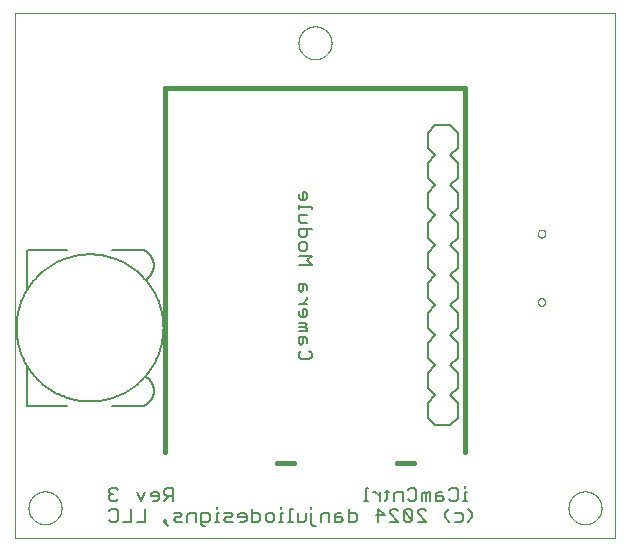
<source format=gbo>
G75*
%MOIN*%
%OFA0B0*%
%FSLAX25Y25*%
%IPPOS*%
%LPD*%
%AMOC8*
5,1,8,0,0,1.08239X$1,22.5*
%
%ADD10C,0.00000*%
%ADD11C,0.01600*%
%ADD12C,0.00800*%
%ADD13C,0.00806*%
D10*
X0002500Y0080658D02*
X0202500Y0080658D01*
X0202500Y0255658D01*
X0002500Y0255658D01*
X0002500Y0080658D01*
X0006988Y0090658D02*
X0006990Y0090806D01*
X0006996Y0090954D01*
X0007006Y0091102D01*
X0007020Y0091249D01*
X0007038Y0091396D01*
X0007059Y0091542D01*
X0007085Y0091688D01*
X0007115Y0091833D01*
X0007148Y0091977D01*
X0007186Y0092120D01*
X0007227Y0092262D01*
X0007272Y0092403D01*
X0007320Y0092543D01*
X0007373Y0092682D01*
X0007429Y0092819D01*
X0007489Y0092954D01*
X0007552Y0093088D01*
X0007619Y0093220D01*
X0007690Y0093350D01*
X0007764Y0093478D01*
X0007841Y0093604D01*
X0007922Y0093728D01*
X0008006Y0093850D01*
X0008093Y0093969D01*
X0008184Y0094086D01*
X0008278Y0094201D01*
X0008374Y0094313D01*
X0008474Y0094423D01*
X0008576Y0094529D01*
X0008682Y0094633D01*
X0008790Y0094734D01*
X0008901Y0094832D01*
X0009014Y0094928D01*
X0009130Y0095020D01*
X0009248Y0095109D01*
X0009369Y0095194D01*
X0009492Y0095277D01*
X0009617Y0095356D01*
X0009744Y0095432D01*
X0009873Y0095504D01*
X0010004Y0095573D01*
X0010137Y0095638D01*
X0010272Y0095699D01*
X0010408Y0095757D01*
X0010545Y0095812D01*
X0010684Y0095862D01*
X0010825Y0095909D01*
X0010966Y0095952D01*
X0011109Y0095992D01*
X0011253Y0096027D01*
X0011397Y0096059D01*
X0011543Y0096086D01*
X0011689Y0096110D01*
X0011836Y0096130D01*
X0011983Y0096146D01*
X0012130Y0096158D01*
X0012278Y0096166D01*
X0012426Y0096170D01*
X0012574Y0096170D01*
X0012722Y0096166D01*
X0012870Y0096158D01*
X0013017Y0096146D01*
X0013164Y0096130D01*
X0013311Y0096110D01*
X0013457Y0096086D01*
X0013603Y0096059D01*
X0013747Y0096027D01*
X0013891Y0095992D01*
X0014034Y0095952D01*
X0014175Y0095909D01*
X0014316Y0095862D01*
X0014455Y0095812D01*
X0014592Y0095757D01*
X0014728Y0095699D01*
X0014863Y0095638D01*
X0014996Y0095573D01*
X0015127Y0095504D01*
X0015256Y0095432D01*
X0015383Y0095356D01*
X0015508Y0095277D01*
X0015631Y0095194D01*
X0015752Y0095109D01*
X0015870Y0095020D01*
X0015986Y0094928D01*
X0016099Y0094832D01*
X0016210Y0094734D01*
X0016318Y0094633D01*
X0016424Y0094529D01*
X0016526Y0094423D01*
X0016626Y0094313D01*
X0016722Y0094201D01*
X0016816Y0094086D01*
X0016907Y0093969D01*
X0016994Y0093850D01*
X0017078Y0093728D01*
X0017159Y0093604D01*
X0017236Y0093478D01*
X0017310Y0093350D01*
X0017381Y0093220D01*
X0017448Y0093088D01*
X0017511Y0092954D01*
X0017571Y0092819D01*
X0017627Y0092682D01*
X0017680Y0092543D01*
X0017728Y0092403D01*
X0017773Y0092262D01*
X0017814Y0092120D01*
X0017852Y0091977D01*
X0017885Y0091833D01*
X0017915Y0091688D01*
X0017941Y0091542D01*
X0017962Y0091396D01*
X0017980Y0091249D01*
X0017994Y0091102D01*
X0018004Y0090954D01*
X0018010Y0090806D01*
X0018012Y0090658D01*
X0018010Y0090510D01*
X0018004Y0090362D01*
X0017994Y0090214D01*
X0017980Y0090067D01*
X0017962Y0089920D01*
X0017941Y0089774D01*
X0017915Y0089628D01*
X0017885Y0089483D01*
X0017852Y0089339D01*
X0017814Y0089196D01*
X0017773Y0089054D01*
X0017728Y0088913D01*
X0017680Y0088773D01*
X0017627Y0088634D01*
X0017571Y0088497D01*
X0017511Y0088362D01*
X0017448Y0088228D01*
X0017381Y0088096D01*
X0017310Y0087966D01*
X0017236Y0087838D01*
X0017159Y0087712D01*
X0017078Y0087588D01*
X0016994Y0087466D01*
X0016907Y0087347D01*
X0016816Y0087230D01*
X0016722Y0087115D01*
X0016626Y0087003D01*
X0016526Y0086893D01*
X0016424Y0086787D01*
X0016318Y0086683D01*
X0016210Y0086582D01*
X0016099Y0086484D01*
X0015986Y0086388D01*
X0015870Y0086296D01*
X0015752Y0086207D01*
X0015631Y0086122D01*
X0015508Y0086039D01*
X0015383Y0085960D01*
X0015256Y0085884D01*
X0015127Y0085812D01*
X0014996Y0085743D01*
X0014863Y0085678D01*
X0014728Y0085617D01*
X0014592Y0085559D01*
X0014455Y0085504D01*
X0014316Y0085454D01*
X0014175Y0085407D01*
X0014034Y0085364D01*
X0013891Y0085324D01*
X0013747Y0085289D01*
X0013603Y0085257D01*
X0013457Y0085230D01*
X0013311Y0085206D01*
X0013164Y0085186D01*
X0013017Y0085170D01*
X0012870Y0085158D01*
X0012722Y0085150D01*
X0012574Y0085146D01*
X0012426Y0085146D01*
X0012278Y0085150D01*
X0012130Y0085158D01*
X0011983Y0085170D01*
X0011836Y0085186D01*
X0011689Y0085206D01*
X0011543Y0085230D01*
X0011397Y0085257D01*
X0011253Y0085289D01*
X0011109Y0085324D01*
X0010966Y0085364D01*
X0010825Y0085407D01*
X0010684Y0085454D01*
X0010545Y0085504D01*
X0010408Y0085559D01*
X0010272Y0085617D01*
X0010137Y0085678D01*
X0010004Y0085743D01*
X0009873Y0085812D01*
X0009744Y0085884D01*
X0009617Y0085960D01*
X0009492Y0086039D01*
X0009369Y0086122D01*
X0009248Y0086207D01*
X0009130Y0086296D01*
X0009014Y0086388D01*
X0008901Y0086484D01*
X0008790Y0086582D01*
X0008682Y0086683D01*
X0008576Y0086787D01*
X0008474Y0086893D01*
X0008374Y0087003D01*
X0008278Y0087115D01*
X0008184Y0087230D01*
X0008093Y0087347D01*
X0008006Y0087466D01*
X0007922Y0087588D01*
X0007841Y0087712D01*
X0007764Y0087838D01*
X0007690Y0087966D01*
X0007619Y0088096D01*
X0007552Y0088228D01*
X0007489Y0088362D01*
X0007429Y0088497D01*
X0007373Y0088634D01*
X0007320Y0088773D01*
X0007272Y0088913D01*
X0007227Y0089054D01*
X0007186Y0089196D01*
X0007148Y0089339D01*
X0007115Y0089483D01*
X0007085Y0089628D01*
X0007059Y0089774D01*
X0007038Y0089920D01*
X0007020Y0090067D01*
X0007006Y0090214D01*
X0006996Y0090362D01*
X0006990Y0090510D01*
X0006988Y0090658D01*
X0096988Y0245658D02*
X0096990Y0245806D01*
X0096996Y0245954D01*
X0097006Y0246102D01*
X0097020Y0246249D01*
X0097038Y0246396D01*
X0097059Y0246542D01*
X0097085Y0246688D01*
X0097115Y0246833D01*
X0097148Y0246977D01*
X0097186Y0247120D01*
X0097227Y0247262D01*
X0097272Y0247403D01*
X0097320Y0247543D01*
X0097373Y0247682D01*
X0097429Y0247819D01*
X0097489Y0247954D01*
X0097552Y0248088D01*
X0097619Y0248220D01*
X0097690Y0248350D01*
X0097764Y0248478D01*
X0097841Y0248604D01*
X0097922Y0248728D01*
X0098006Y0248850D01*
X0098093Y0248969D01*
X0098184Y0249086D01*
X0098278Y0249201D01*
X0098374Y0249313D01*
X0098474Y0249423D01*
X0098576Y0249529D01*
X0098682Y0249633D01*
X0098790Y0249734D01*
X0098901Y0249832D01*
X0099014Y0249928D01*
X0099130Y0250020D01*
X0099248Y0250109D01*
X0099369Y0250194D01*
X0099492Y0250277D01*
X0099617Y0250356D01*
X0099744Y0250432D01*
X0099873Y0250504D01*
X0100004Y0250573D01*
X0100137Y0250638D01*
X0100272Y0250699D01*
X0100408Y0250757D01*
X0100545Y0250812D01*
X0100684Y0250862D01*
X0100825Y0250909D01*
X0100966Y0250952D01*
X0101109Y0250992D01*
X0101253Y0251027D01*
X0101397Y0251059D01*
X0101543Y0251086D01*
X0101689Y0251110D01*
X0101836Y0251130D01*
X0101983Y0251146D01*
X0102130Y0251158D01*
X0102278Y0251166D01*
X0102426Y0251170D01*
X0102574Y0251170D01*
X0102722Y0251166D01*
X0102870Y0251158D01*
X0103017Y0251146D01*
X0103164Y0251130D01*
X0103311Y0251110D01*
X0103457Y0251086D01*
X0103603Y0251059D01*
X0103747Y0251027D01*
X0103891Y0250992D01*
X0104034Y0250952D01*
X0104175Y0250909D01*
X0104316Y0250862D01*
X0104455Y0250812D01*
X0104592Y0250757D01*
X0104728Y0250699D01*
X0104863Y0250638D01*
X0104996Y0250573D01*
X0105127Y0250504D01*
X0105256Y0250432D01*
X0105383Y0250356D01*
X0105508Y0250277D01*
X0105631Y0250194D01*
X0105752Y0250109D01*
X0105870Y0250020D01*
X0105986Y0249928D01*
X0106099Y0249832D01*
X0106210Y0249734D01*
X0106318Y0249633D01*
X0106424Y0249529D01*
X0106526Y0249423D01*
X0106626Y0249313D01*
X0106722Y0249201D01*
X0106816Y0249086D01*
X0106907Y0248969D01*
X0106994Y0248850D01*
X0107078Y0248728D01*
X0107159Y0248604D01*
X0107236Y0248478D01*
X0107310Y0248350D01*
X0107381Y0248220D01*
X0107448Y0248088D01*
X0107511Y0247954D01*
X0107571Y0247819D01*
X0107627Y0247682D01*
X0107680Y0247543D01*
X0107728Y0247403D01*
X0107773Y0247262D01*
X0107814Y0247120D01*
X0107852Y0246977D01*
X0107885Y0246833D01*
X0107915Y0246688D01*
X0107941Y0246542D01*
X0107962Y0246396D01*
X0107980Y0246249D01*
X0107994Y0246102D01*
X0108004Y0245954D01*
X0108010Y0245806D01*
X0108012Y0245658D01*
X0108010Y0245510D01*
X0108004Y0245362D01*
X0107994Y0245214D01*
X0107980Y0245067D01*
X0107962Y0244920D01*
X0107941Y0244774D01*
X0107915Y0244628D01*
X0107885Y0244483D01*
X0107852Y0244339D01*
X0107814Y0244196D01*
X0107773Y0244054D01*
X0107728Y0243913D01*
X0107680Y0243773D01*
X0107627Y0243634D01*
X0107571Y0243497D01*
X0107511Y0243362D01*
X0107448Y0243228D01*
X0107381Y0243096D01*
X0107310Y0242966D01*
X0107236Y0242838D01*
X0107159Y0242712D01*
X0107078Y0242588D01*
X0106994Y0242466D01*
X0106907Y0242347D01*
X0106816Y0242230D01*
X0106722Y0242115D01*
X0106626Y0242003D01*
X0106526Y0241893D01*
X0106424Y0241787D01*
X0106318Y0241683D01*
X0106210Y0241582D01*
X0106099Y0241484D01*
X0105986Y0241388D01*
X0105870Y0241296D01*
X0105752Y0241207D01*
X0105631Y0241122D01*
X0105508Y0241039D01*
X0105383Y0240960D01*
X0105256Y0240884D01*
X0105127Y0240812D01*
X0104996Y0240743D01*
X0104863Y0240678D01*
X0104728Y0240617D01*
X0104592Y0240559D01*
X0104455Y0240504D01*
X0104316Y0240454D01*
X0104175Y0240407D01*
X0104034Y0240364D01*
X0103891Y0240324D01*
X0103747Y0240289D01*
X0103603Y0240257D01*
X0103457Y0240230D01*
X0103311Y0240206D01*
X0103164Y0240186D01*
X0103017Y0240170D01*
X0102870Y0240158D01*
X0102722Y0240150D01*
X0102574Y0240146D01*
X0102426Y0240146D01*
X0102278Y0240150D01*
X0102130Y0240158D01*
X0101983Y0240170D01*
X0101836Y0240186D01*
X0101689Y0240206D01*
X0101543Y0240230D01*
X0101397Y0240257D01*
X0101253Y0240289D01*
X0101109Y0240324D01*
X0100966Y0240364D01*
X0100825Y0240407D01*
X0100684Y0240454D01*
X0100545Y0240504D01*
X0100408Y0240559D01*
X0100272Y0240617D01*
X0100137Y0240678D01*
X0100004Y0240743D01*
X0099873Y0240812D01*
X0099744Y0240884D01*
X0099617Y0240960D01*
X0099492Y0241039D01*
X0099369Y0241122D01*
X0099248Y0241207D01*
X0099130Y0241296D01*
X0099014Y0241388D01*
X0098901Y0241484D01*
X0098790Y0241582D01*
X0098682Y0241683D01*
X0098576Y0241787D01*
X0098474Y0241893D01*
X0098374Y0242003D01*
X0098278Y0242115D01*
X0098184Y0242230D01*
X0098093Y0242347D01*
X0098006Y0242466D01*
X0097922Y0242588D01*
X0097841Y0242712D01*
X0097764Y0242838D01*
X0097690Y0242966D01*
X0097619Y0243096D01*
X0097552Y0243228D01*
X0097489Y0243362D01*
X0097429Y0243497D01*
X0097373Y0243634D01*
X0097320Y0243773D01*
X0097272Y0243913D01*
X0097227Y0244054D01*
X0097186Y0244196D01*
X0097148Y0244339D01*
X0097115Y0244483D01*
X0097085Y0244628D01*
X0097059Y0244774D01*
X0097038Y0244920D01*
X0097020Y0245067D01*
X0097006Y0245214D01*
X0096996Y0245362D01*
X0096990Y0245510D01*
X0096988Y0245658D01*
X0176732Y0182036D02*
X0176734Y0182107D01*
X0176740Y0182178D01*
X0176750Y0182249D01*
X0176764Y0182318D01*
X0176781Y0182387D01*
X0176803Y0182455D01*
X0176828Y0182522D01*
X0176857Y0182587D01*
X0176889Y0182650D01*
X0176925Y0182712D01*
X0176964Y0182771D01*
X0177007Y0182828D01*
X0177052Y0182883D01*
X0177101Y0182935D01*
X0177152Y0182984D01*
X0177206Y0183030D01*
X0177263Y0183074D01*
X0177321Y0183114D01*
X0177382Y0183150D01*
X0177445Y0183184D01*
X0177510Y0183213D01*
X0177576Y0183239D01*
X0177644Y0183262D01*
X0177712Y0183280D01*
X0177782Y0183295D01*
X0177852Y0183306D01*
X0177923Y0183313D01*
X0177994Y0183316D01*
X0178065Y0183315D01*
X0178136Y0183310D01*
X0178207Y0183301D01*
X0178277Y0183288D01*
X0178346Y0183272D01*
X0178414Y0183251D01*
X0178481Y0183227D01*
X0178547Y0183199D01*
X0178610Y0183167D01*
X0178672Y0183132D01*
X0178732Y0183094D01*
X0178790Y0183052D01*
X0178845Y0183008D01*
X0178898Y0182960D01*
X0178948Y0182909D01*
X0178995Y0182856D01*
X0179039Y0182800D01*
X0179080Y0182742D01*
X0179118Y0182681D01*
X0179152Y0182619D01*
X0179182Y0182554D01*
X0179209Y0182489D01*
X0179233Y0182421D01*
X0179252Y0182353D01*
X0179268Y0182284D01*
X0179280Y0182213D01*
X0179288Y0182143D01*
X0179292Y0182072D01*
X0179292Y0182000D01*
X0179288Y0181929D01*
X0179280Y0181859D01*
X0179268Y0181788D01*
X0179252Y0181719D01*
X0179233Y0181651D01*
X0179209Y0181583D01*
X0179182Y0181518D01*
X0179152Y0181453D01*
X0179118Y0181391D01*
X0179080Y0181330D01*
X0179039Y0181272D01*
X0178995Y0181216D01*
X0178948Y0181163D01*
X0178898Y0181112D01*
X0178845Y0181064D01*
X0178790Y0181020D01*
X0178732Y0180978D01*
X0178672Y0180940D01*
X0178610Y0180905D01*
X0178547Y0180873D01*
X0178481Y0180845D01*
X0178414Y0180821D01*
X0178346Y0180800D01*
X0178277Y0180784D01*
X0178207Y0180771D01*
X0178136Y0180762D01*
X0178065Y0180757D01*
X0177994Y0180756D01*
X0177923Y0180759D01*
X0177852Y0180766D01*
X0177782Y0180777D01*
X0177712Y0180792D01*
X0177644Y0180810D01*
X0177576Y0180833D01*
X0177510Y0180859D01*
X0177445Y0180888D01*
X0177382Y0180922D01*
X0177321Y0180958D01*
X0177263Y0180998D01*
X0177206Y0181042D01*
X0177152Y0181088D01*
X0177101Y0181137D01*
X0177052Y0181189D01*
X0177007Y0181244D01*
X0176964Y0181301D01*
X0176925Y0181360D01*
X0176889Y0181422D01*
X0176857Y0181485D01*
X0176828Y0181550D01*
X0176803Y0181617D01*
X0176781Y0181685D01*
X0176764Y0181754D01*
X0176750Y0181823D01*
X0176740Y0181894D01*
X0176734Y0181965D01*
X0176732Y0182036D01*
X0176732Y0159280D02*
X0176734Y0159351D01*
X0176740Y0159422D01*
X0176750Y0159493D01*
X0176764Y0159562D01*
X0176781Y0159631D01*
X0176803Y0159699D01*
X0176828Y0159766D01*
X0176857Y0159831D01*
X0176889Y0159894D01*
X0176925Y0159956D01*
X0176964Y0160015D01*
X0177007Y0160072D01*
X0177052Y0160127D01*
X0177101Y0160179D01*
X0177152Y0160228D01*
X0177206Y0160274D01*
X0177263Y0160318D01*
X0177321Y0160358D01*
X0177382Y0160394D01*
X0177445Y0160428D01*
X0177510Y0160457D01*
X0177576Y0160483D01*
X0177644Y0160506D01*
X0177712Y0160524D01*
X0177782Y0160539D01*
X0177852Y0160550D01*
X0177923Y0160557D01*
X0177994Y0160560D01*
X0178065Y0160559D01*
X0178136Y0160554D01*
X0178207Y0160545D01*
X0178277Y0160532D01*
X0178346Y0160516D01*
X0178414Y0160495D01*
X0178481Y0160471D01*
X0178547Y0160443D01*
X0178610Y0160411D01*
X0178672Y0160376D01*
X0178732Y0160338D01*
X0178790Y0160296D01*
X0178845Y0160252D01*
X0178898Y0160204D01*
X0178948Y0160153D01*
X0178995Y0160100D01*
X0179039Y0160044D01*
X0179080Y0159986D01*
X0179118Y0159925D01*
X0179152Y0159863D01*
X0179182Y0159798D01*
X0179209Y0159733D01*
X0179233Y0159665D01*
X0179252Y0159597D01*
X0179268Y0159528D01*
X0179280Y0159457D01*
X0179288Y0159387D01*
X0179292Y0159316D01*
X0179292Y0159244D01*
X0179288Y0159173D01*
X0179280Y0159103D01*
X0179268Y0159032D01*
X0179252Y0158963D01*
X0179233Y0158895D01*
X0179209Y0158827D01*
X0179182Y0158762D01*
X0179152Y0158697D01*
X0179118Y0158635D01*
X0179080Y0158574D01*
X0179039Y0158516D01*
X0178995Y0158460D01*
X0178948Y0158407D01*
X0178898Y0158356D01*
X0178845Y0158308D01*
X0178790Y0158264D01*
X0178732Y0158222D01*
X0178672Y0158184D01*
X0178610Y0158149D01*
X0178547Y0158117D01*
X0178481Y0158089D01*
X0178414Y0158065D01*
X0178346Y0158044D01*
X0178277Y0158028D01*
X0178207Y0158015D01*
X0178136Y0158006D01*
X0178065Y0158001D01*
X0177994Y0158000D01*
X0177923Y0158003D01*
X0177852Y0158010D01*
X0177782Y0158021D01*
X0177712Y0158036D01*
X0177644Y0158054D01*
X0177576Y0158077D01*
X0177510Y0158103D01*
X0177445Y0158132D01*
X0177382Y0158166D01*
X0177321Y0158202D01*
X0177263Y0158242D01*
X0177206Y0158286D01*
X0177152Y0158332D01*
X0177101Y0158381D01*
X0177052Y0158433D01*
X0177007Y0158488D01*
X0176964Y0158545D01*
X0176925Y0158604D01*
X0176889Y0158666D01*
X0176857Y0158729D01*
X0176828Y0158794D01*
X0176803Y0158861D01*
X0176781Y0158929D01*
X0176764Y0158998D01*
X0176750Y0159067D01*
X0176740Y0159138D01*
X0176734Y0159209D01*
X0176732Y0159280D01*
X0186988Y0090658D02*
X0186990Y0090806D01*
X0186996Y0090954D01*
X0187006Y0091102D01*
X0187020Y0091249D01*
X0187038Y0091396D01*
X0187059Y0091542D01*
X0187085Y0091688D01*
X0187115Y0091833D01*
X0187148Y0091977D01*
X0187186Y0092120D01*
X0187227Y0092262D01*
X0187272Y0092403D01*
X0187320Y0092543D01*
X0187373Y0092682D01*
X0187429Y0092819D01*
X0187489Y0092954D01*
X0187552Y0093088D01*
X0187619Y0093220D01*
X0187690Y0093350D01*
X0187764Y0093478D01*
X0187841Y0093604D01*
X0187922Y0093728D01*
X0188006Y0093850D01*
X0188093Y0093969D01*
X0188184Y0094086D01*
X0188278Y0094201D01*
X0188374Y0094313D01*
X0188474Y0094423D01*
X0188576Y0094529D01*
X0188682Y0094633D01*
X0188790Y0094734D01*
X0188901Y0094832D01*
X0189014Y0094928D01*
X0189130Y0095020D01*
X0189248Y0095109D01*
X0189369Y0095194D01*
X0189492Y0095277D01*
X0189617Y0095356D01*
X0189744Y0095432D01*
X0189873Y0095504D01*
X0190004Y0095573D01*
X0190137Y0095638D01*
X0190272Y0095699D01*
X0190408Y0095757D01*
X0190545Y0095812D01*
X0190684Y0095862D01*
X0190825Y0095909D01*
X0190966Y0095952D01*
X0191109Y0095992D01*
X0191253Y0096027D01*
X0191397Y0096059D01*
X0191543Y0096086D01*
X0191689Y0096110D01*
X0191836Y0096130D01*
X0191983Y0096146D01*
X0192130Y0096158D01*
X0192278Y0096166D01*
X0192426Y0096170D01*
X0192574Y0096170D01*
X0192722Y0096166D01*
X0192870Y0096158D01*
X0193017Y0096146D01*
X0193164Y0096130D01*
X0193311Y0096110D01*
X0193457Y0096086D01*
X0193603Y0096059D01*
X0193747Y0096027D01*
X0193891Y0095992D01*
X0194034Y0095952D01*
X0194175Y0095909D01*
X0194316Y0095862D01*
X0194455Y0095812D01*
X0194592Y0095757D01*
X0194728Y0095699D01*
X0194863Y0095638D01*
X0194996Y0095573D01*
X0195127Y0095504D01*
X0195256Y0095432D01*
X0195383Y0095356D01*
X0195508Y0095277D01*
X0195631Y0095194D01*
X0195752Y0095109D01*
X0195870Y0095020D01*
X0195986Y0094928D01*
X0196099Y0094832D01*
X0196210Y0094734D01*
X0196318Y0094633D01*
X0196424Y0094529D01*
X0196526Y0094423D01*
X0196626Y0094313D01*
X0196722Y0094201D01*
X0196816Y0094086D01*
X0196907Y0093969D01*
X0196994Y0093850D01*
X0197078Y0093728D01*
X0197159Y0093604D01*
X0197236Y0093478D01*
X0197310Y0093350D01*
X0197381Y0093220D01*
X0197448Y0093088D01*
X0197511Y0092954D01*
X0197571Y0092819D01*
X0197627Y0092682D01*
X0197680Y0092543D01*
X0197728Y0092403D01*
X0197773Y0092262D01*
X0197814Y0092120D01*
X0197852Y0091977D01*
X0197885Y0091833D01*
X0197915Y0091688D01*
X0197941Y0091542D01*
X0197962Y0091396D01*
X0197980Y0091249D01*
X0197994Y0091102D01*
X0198004Y0090954D01*
X0198010Y0090806D01*
X0198012Y0090658D01*
X0198010Y0090510D01*
X0198004Y0090362D01*
X0197994Y0090214D01*
X0197980Y0090067D01*
X0197962Y0089920D01*
X0197941Y0089774D01*
X0197915Y0089628D01*
X0197885Y0089483D01*
X0197852Y0089339D01*
X0197814Y0089196D01*
X0197773Y0089054D01*
X0197728Y0088913D01*
X0197680Y0088773D01*
X0197627Y0088634D01*
X0197571Y0088497D01*
X0197511Y0088362D01*
X0197448Y0088228D01*
X0197381Y0088096D01*
X0197310Y0087966D01*
X0197236Y0087838D01*
X0197159Y0087712D01*
X0197078Y0087588D01*
X0196994Y0087466D01*
X0196907Y0087347D01*
X0196816Y0087230D01*
X0196722Y0087115D01*
X0196626Y0087003D01*
X0196526Y0086893D01*
X0196424Y0086787D01*
X0196318Y0086683D01*
X0196210Y0086582D01*
X0196099Y0086484D01*
X0195986Y0086388D01*
X0195870Y0086296D01*
X0195752Y0086207D01*
X0195631Y0086122D01*
X0195508Y0086039D01*
X0195383Y0085960D01*
X0195256Y0085884D01*
X0195127Y0085812D01*
X0194996Y0085743D01*
X0194863Y0085678D01*
X0194728Y0085617D01*
X0194592Y0085559D01*
X0194455Y0085504D01*
X0194316Y0085454D01*
X0194175Y0085407D01*
X0194034Y0085364D01*
X0193891Y0085324D01*
X0193747Y0085289D01*
X0193603Y0085257D01*
X0193457Y0085230D01*
X0193311Y0085206D01*
X0193164Y0085186D01*
X0193017Y0085170D01*
X0192870Y0085158D01*
X0192722Y0085150D01*
X0192574Y0085146D01*
X0192426Y0085146D01*
X0192278Y0085150D01*
X0192130Y0085158D01*
X0191983Y0085170D01*
X0191836Y0085186D01*
X0191689Y0085206D01*
X0191543Y0085230D01*
X0191397Y0085257D01*
X0191253Y0085289D01*
X0191109Y0085324D01*
X0190966Y0085364D01*
X0190825Y0085407D01*
X0190684Y0085454D01*
X0190545Y0085504D01*
X0190408Y0085559D01*
X0190272Y0085617D01*
X0190137Y0085678D01*
X0190004Y0085743D01*
X0189873Y0085812D01*
X0189744Y0085884D01*
X0189617Y0085960D01*
X0189492Y0086039D01*
X0189369Y0086122D01*
X0189248Y0086207D01*
X0189130Y0086296D01*
X0189014Y0086388D01*
X0188901Y0086484D01*
X0188790Y0086582D01*
X0188682Y0086683D01*
X0188576Y0086787D01*
X0188474Y0086893D01*
X0188374Y0087003D01*
X0188278Y0087115D01*
X0188184Y0087230D01*
X0188093Y0087347D01*
X0188006Y0087466D01*
X0187922Y0087588D01*
X0187841Y0087712D01*
X0187764Y0087838D01*
X0187690Y0087966D01*
X0187619Y0088096D01*
X0187552Y0088228D01*
X0187489Y0088362D01*
X0187429Y0088497D01*
X0187373Y0088634D01*
X0187320Y0088773D01*
X0187272Y0088913D01*
X0187227Y0089054D01*
X0187186Y0089196D01*
X0187148Y0089339D01*
X0187115Y0089483D01*
X0187085Y0089628D01*
X0187059Y0089774D01*
X0187038Y0089920D01*
X0187020Y0090067D01*
X0187006Y0090214D01*
X0186996Y0090362D01*
X0186990Y0090510D01*
X0186988Y0090658D01*
D11*
X0152500Y0109158D02*
X0152500Y0230658D01*
X0052500Y0230658D01*
X0052500Y0109158D01*
X0089750Y0105658D02*
X0095500Y0105658D01*
X0129750Y0105658D02*
X0135500Y0105658D01*
D12*
X0135583Y0097262D02*
X0134181Y0097262D01*
X0133481Y0096561D01*
X0131679Y0095861D02*
X0131679Y0093058D01*
X0133481Y0093759D02*
X0134181Y0093058D01*
X0135583Y0093058D01*
X0136283Y0093759D01*
X0136283Y0096561D01*
X0135583Y0097262D01*
X0138085Y0095160D02*
X0138085Y0093058D01*
X0139486Y0093058D02*
X0139486Y0095160D01*
X0138785Y0095861D01*
X0138085Y0095160D01*
X0139486Y0095160D02*
X0140186Y0095861D01*
X0140887Y0095861D01*
X0140887Y0093058D01*
X0142689Y0093058D02*
X0142689Y0095160D01*
X0143389Y0095861D01*
X0144790Y0095861D01*
X0144790Y0094459D02*
X0142689Y0094459D01*
X0142689Y0093058D02*
X0144790Y0093058D01*
X0145491Y0093759D01*
X0144790Y0094459D01*
X0147292Y0093759D02*
X0147993Y0093058D01*
X0149394Y0093058D01*
X0150095Y0093759D01*
X0150095Y0096561D01*
X0149394Y0097262D01*
X0147993Y0097262D01*
X0147292Y0096561D01*
X0151763Y0093058D02*
X0153164Y0093058D01*
X0152464Y0093058D02*
X0152464Y0095861D01*
X0153164Y0095861D01*
X0152464Y0097262D02*
X0152464Y0097962D01*
X0153470Y0090262D02*
X0154872Y0088861D01*
X0154872Y0087459D01*
X0153470Y0086058D01*
X0151802Y0086759D02*
X0151102Y0086058D01*
X0149000Y0086058D01*
X0147198Y0086058D02*
X0145797Y0087459D01*
X0145797Y0088861D01*
X0147198Y0090262D01*
X0149000Y0088861D02*
X0151102Y0088861D01*
X0151802Y0088160D01*
X0151802Y0086759D01*
X0139525Y0086058D02*
X0136723Y0088861D01*
X0136723Y0089561D01*
X0137423Y0090262D01*
X0138825Y0090262D01*
X0139525Y0089561D01*
X0139525Y0086058D02*
X0136723Y0086058D01*
X0134921Y0086759D02*
X0132119Y0089561D01*
X0132119Y0086759D01*
X0132819Y0086058D01*
X0134221Y0086058D01*
X0134921Y0086759D01*
X0134921Y0089561D01*
X0134221Y0090262D01*
X0132819Y0090262D01*
X0132119Y0089561D01*
X0130317Y0089561D02*
X0129617Y0090262D01*
X0128216Y0090262D01*
X0127515Y0089561D01*
X0127515Y0088861D01*
X0130317Y0086058D01*
X0127515Y0086058D01*
X0125713Y0088160D02*
X0122911Y0088160D01*
X0123612Y0086058D02*
X0123612Y0090262D01*
X0125713Y0088160D01*
X0125674Y0093058D02*
X0126375Y0093759D01*
X0126375Y0096561D01*
X0127075Y0095861D02*
X0125674Y0095861D01*
X0124006Y0095861D02*
X0124006Y0093058D01*
X0124006Y0094459D02*
X0122605Y0095861D01*
X0121904Y0095861D01*
X0120169Y0097262D02*
X0119469Y0097262D01*
X0119469Y0093058D01*
X0120169Y0093058D02*
X0118768Y0093058D01*
X0115805Y0088861D02*
X0113703Y0088861D01*
X0113703Y0090262D02*
X0113703Y0086058D01*
X0115805Y0086058D01*
X0116506Y0086759D01*
X0116506Y0088160D01*
X0115805Y0088861D01*
X0111902Y0086759D02*
X0111201Y0086058D01*
X0109099Y0086058D01*
X0109099Y0088160D01*
X0109800Y0088861D01*
X0111201Y0088861D01*
X0111201Y0087459D02*
X0109099Y0087459D01*
X0111201Y0087459D02*
X0111902Y0086759D01*
X0107298Y0086058D02*
X0107298Y0088861D01*
X0105196Y0088861D01*
X0104495Y0088160D01*
X0104495Y0086058D01*
X0102694Y0084657D02*
X0101993Y0084657D01*
X0101293Y0085358D01*
X0101293Y0088861D01*
X0101293Y0090262D02*
X0101293Y0090962D01*
X0099625Y0088861D02*
X0099625Y0086759D01*
X0098924Y0086058D01*
X0096822Y0086058D01*
X0096822Y0088861D01*
X0095021Y0090262D02*
X0094320Y0090262D01*
X0094320Y0086058D01*
X0095021Y0086058D02*
X0093619Y0086058D01*
X0091951Y0086058D02*
X0090550Y0086058D01*
X0091251Y0086058D02*
X0091251Y0088861D01*
X0091951Y0088861D01*
X0091251Y0090262D02*
X0091251Y0090962D01*
X0088882Y0088160D02*
X0088882Y0086759D01*
X0088181Y0086058D01*
X0086780Y0086058D01*
X0086080Y0086759D01*
X0086080Y0088160D01*
X0086780Y0088861D01*
X0088181Y0088861D01*
X0088882Y0088160D01*
X0084278Y0088160D02*
X0083578Y0088861D01*
X0081476Y0088861D01*
X0081476Y0090262D02*
X0081476Y0086058D01*
X0083578Y0086058D01*
X0084278Y0086759D01*
X0084278Y0088160D01*
X0079674Y0088160D02*
X0078974Y0088861D01*
X0077572Y0088861D01*
X0076872Y0088160D01*
X0076872Y0087459D01*
X0079674Y0087459D01*
X0079674Y0086759D02*
X0079674Y0088160D01*
X0079674Y0086759D02*
X0078974Y0086058D01*
X0077572Y0086058D01*
X0075070Y0086058D02*
X0072968Y0086058D01*
X0072268Y0086759D01*
X0072968Y0087459D01*
X0074370Y0087459D01*
X0075070Y0088160D01*
X0074370Y0088861D01*
X0072268Y0088861D01*
X0070466Y0088861D02*
X0069766Y0088861D01*
X0069766Y0086058D01*
X0070466Y0086058D02*
X0069065Y0086058D01*
X0067397Y0086759D02*
X0066696Y0086058D01*
X0064595Y0086058D01*
X0064595Y0085358D02*
X0064595Y0088861D01*
X0066696Y0088861D01*
X0067397Y0088160D01*
X0067397Y0086759D01*
X0065996Y0084657D02*
X0065295Y0084657D01*
X0064595Y0085358D01*
X0062793Y0086058D02*
X0062793Y0088861D01*
X0060691Y0088861D01*
X0059991Y0088160D01*
X0059991Y0086058D01*
X0058189Y0086058D02*
X0056087Y0086058D01*
X0055387Y0086759D01*
X0056087Y0087459D01*
X0057489Y0087459D01*
X0058189Y0088160D01*
X0057489Y0088861D01*
X0055387Y0088861D01*
X0052885Y0086759D02*
X0052885Y0086058D01*
X0052184Y0086058D01*
X0052184Y0086759D01*
X0052885Y0086759D01*
X0052184Y0086058D02*
X0053585Y0084657D01*
X0052317Y0093058D02*
X0053718Y0094459D01*
X0053018Y0094459D02*
X0055120Y0094459D01*
X0055120Y0093058D02*
X0055120Y0097262D01*
X0053018Y0097262D01*
X0052317Y0096561D01*
X0052317Y0095160D01*
X0053018Y0094459D01*
X0050516Y0094459D02*
X0047713Y0094459D01*
X0047713Y0095160D01*
X0048414Y0095861D01*
X0049815Y0095861D01*
X0050516Y0095160D01*
X0050516Y0093759D01*
X0049815Y0093058D01*
X0048414Y0093058D01*
X0045912Y0090262D02*
X0045912Y0086058D01*
X0043110Y0086058D01*
X0041308Y0086058D02*
X0038506Y0086058D01*
X0036704Y0086759D02*
X0036004Y0086058D01*
X0034602Y0086058D01*
X0033902Y0086759D01*
X0033902Y0089561D02*
X0034602Y0090262D01*
X0036004Y0090262D01*
X0036704Y0089561D01*
X0036704Y0086759D01*
X0036003Y0093058D02*
X0034602Y0093058D01*
X0033902Y0093759D01*
X0033902Y0094459D01*
X0034602Y0095160D01*
X0035303Y0095160D01*
X0034602Y0095160D02*
X0033902Y0095861D01*
X0033902Y0096561D01*
X0034602Y0097262D01*
X0036003Y0097262D01*
X0036704Y0096561D01*
X0036704Y0093759D02*
X0036003Y0093058D01*
X0041308Y0090262D02*
X0041308Y0086058D01*
X0044511Y0093058D02*
X0043109Y0095861D01*
X0045912Y0095861D02*
X0044511Y0093058D01*
X0069766Y0090962D02*
X0069766Y0090262D01*
X0097851Y0140308D02*
X0097150Y0141009D01*
X0097150Y0142410D01*
X0097851Y0143111D01*
X0097851Y0144912D02*
X0098551Y0145613D01*
X0098551Y0147714D01*
X0099252Y0147714D02*
X0097150Y0147714D01*
X0097150Y0145613D01*
X0097851Y0144912D01*
X0099952Y0145613D02*
X0099952Y0147014D01*
X0099252Y0147714D01*
X0099952Y0149516D02*
X0099952Y0150217D01*
X0099252Y0150917D01*
X0099952Y0151618D01*
X0099252Y0152318D01*
X0097150Y0152318D01*
X0097150Y0150917D02*
X0099252Y0150917D01*
X0099952Y0149516D02*
X0097150Y0149516D01*
X0097851Y0154120D02*
X0099252Y0154120D01*
X0099952Y0154821D01*
X0099952Y0156222D01*
X0099252Y0156922D01*
X0098551Y0156922D01*
X0098551Y0154120D01*
X0097851Y0154120D02*
X0097150Y0154821D01*
X0097150Y0156222D01*
X0097150Y0158724D02*
X0099952Y0158724D01*
X0098551Y0158724D02*
X0099952Y0160125D01*
X0099952Y0160826D01*
X0099952Y0163261D02*
X0099952Y0164662D01*
X0099252Y0165363D01*
X0097150Y0165363D01*
X0097150Y0163261D01*
X0097851Y0162560D01*
X0098551Y0163261D01*
X0098551Y0165363D01*
X0097150Y0171768D02*
X0101354Y0171768D01*
X0099952Y0173169D01*
X0101354Y0174571D01*
X0097150Y0174571D01*
X0097851Y0176372D02*
X0097150Y0177073D01*
X0097150Y0178474D01*
X0097851Y0179175D01*
X0099252Y0179175D01*
X0099952Y0178474D01*
X0099952Y0177073D01*
X0099252Y0176372D01*
X0097851Y0176372D01*
X0097851Y0180976D02*
X0099252Y0180976D01*
X0099952Y0181677D01*
X0099952Y0183779D01*
X0101354Y0183779D02*
X0097150Y0183779D01*
X0097150Y0181677D01*
X0097851Y0180976D01*
X0097851Y0185580D02*
X0097150Y0186281D01*
X0097150Y0188382D01*
X0099952Y0188382D01*
X0101354Y0190184D02*
X0101354Y0190885D01*
X0097150Y0190885D01*
X0097150Y0191585D02*
X0097150Y0190184D01*
X0097851Y0193253D02*
X0099252Y0193253D01*
X0099952Y0193954D01*
X0099952Y0195355D01*
X0099252Y0196056D01*
X0098551Y0196056D01*
X0098551Y0193253D01*
X0097851Y0193253D02*
X0097150Y0193954D01*
X0097150Y0195355D01*
X0097851Y0185580D02*
X0099952Y0185580D01*
X0100653Y0143111D02*
X0101354Y0142410D01*
X0101354Y0141009D01*
X0100653Y0140308D01*
X0097851Y0140308D01*
X0129577Y0095861D02*
X0128877Y0095160D01*
X0128877Y0093058D01*
X0129577Y0095861D02*
X0131679Y0095861D01*
X0142500Y0118158D02*
X0147500Y0118158D01*
X0150000Y0120658D01*
X0150000Y0125658D01*
X0147500Y0128158D01*
X0150000Y0130658D01*
X0150000Y0135658D01*
X0147500Y0138158D01*
X0150000Y0140658D01*
X0150000Y0145658D01*
X0147500Y0148158D01*
X0150000Y0150658D01*
X0150000Y0155658D01*
X0147500Y0158158D01*
X0150000Y0160658D01*
X0150000Y0165658D01*
X0147500Y0168158D01*
X0150000Y0170658D01*
X0150000Y0175658D01*
X0147500Y0178158D01*
X0150000Y0180658D01*
X0150000Y0185658D01*
X0147500Y0188158D01*
X0150000Y0190658D01*
X0150000Y0195658D01*
X0147500Y0198158D01*
X0150000Y0200658D01*
X0150000Y0205658D01*
X0147500Y0208158D01*
X0150000Y0210658D01*
X0150000Y0215658D01*
X0147500Y0218158D01*
X0142500Y0218158D01*
X0140000Y0215658D01*
X0140000Y0210658D01*
X0142500Y0208158D01*
X0140000Y0205658D01*
X0140000Y0200658D01*
X0142500Y0198158D01*
X0140000Y0195658D01*
X0140000Y0190658D01*
X0142500Y0188158D01*
X0140000Y0185658D01*
X0140000Y0180658D01*
X0142500Y0178158D01*
X0140000Y0175658D01*
X0140000Y0170658D01*
X0142500Y0168158D01*
X0140000Y0165658D01*
X0140000Y0160658D01*
X0142500Y0158158D01*
X0140000Y0155658D01*
X0140000Y0150658D01*
X0142500Y0148158D01*
X0140000Y0145658D01*
X0140000Y0140658D01*
X0142500Y0138158D01*
X0140000Y0135658D01*
X0140000Y0130658D01*
X0142500Y0128158D01*
X0140000Y0125658D01*
X0140000Y0120658D01*
X0142500Y0118158D01*
D13*
X0045230Y0124716D02*
X0034944Y0124716D01*
X0045216Y0124674D02*
X0045353Y0124728D01*
X0045489Y0124785D01*
X0045623Y0124845D01*
X0045755Y0124909D01*
X0045886Y0124977D01*
X0046015Y0125048D01*
X0046142Y0125123D01*
X0046266Y0125201D01*
X0046389Y0125282D01*
X0046509Y0125367D01*
X0046627Y0125455D01*
X0046743Y0125546D01*
X0046856Y0125640D01*
X0046966Y0125737D01*
X0047074Y0125837D01*
X0047179Y0125940D01*
X0047281Y0126046D01*
X0047381Y0126154D01*
X0047477Y0126265D01*
X0047571Y0126379D01*
X0047661Y0126495D01*
X0047748Y0126614D01*
X0047832Y0126735D01*
X0047912Y0126858D01*
X0047990Y0126983D01*
X0048063Y0127110D01*
X0048134Y0127240D01*
X0048201Y0127371D01*
X0048264Y0127503D01*
X0048324Y0127638D01*
X0048380Y0127774D01*
X0048432Y0127912D01*
X0048480Y0128050D01*
X0048525Y0128191D01*
X0048566Y0128332D01*
X0048603Y0128474D01*
X0048637Y0128618D01*
X0048666Y0128762D01*
X0048692Y0128907D01*
X0048713Y0129052D01*
X0048731Y0129198D01*
X0048745Y0129345D01*
X0048754Y0129491D01*
X0048760Y0129638D01*
X0048762Y0129786D01*
X0048760Y0129933D01*
X0048754Y0130080D01*
X0048744Y0130226D01*
X0048730Y0130373D01*
X0048712Y0130519D01*
X0048690Y0130664D01*
X0048664Y0130809D01*
X0048634Y0130953D01*
X0048600Y0131097D01*
X0048563Y0131239D01*
X0048521Y0131380D01*
X0048476Y0131520D01*
X0048427Y0131659D01*
X0048375Y0131796D01*
X0048318Y0131932D01*
X0048258Y0132066D01*
X0048195Y0132199D01*
X0048128Y0132330D01*
X0048057Y0132459D01*
X0047983Y0132586D01*
X0047905Y0132711D01*
X0047825Y0132834D01*
X0047740Y0132955D01*
X0047653Y0133073D01*
X0047562Y0133189D01*
X0047469Y0133303D01*
X0047372Y0133413D01*
X0047273Y0133522D01*
X0047170Y0133627D01*
X0047065Y0133730D01*
X0046957Y0133830D01*
X0046846Y0133927D01*
X0046733Y0134020D01*
X0046617Y0134111D01*
X0046499Y0134199D01*
X0046378Y0134283D01*
X0046255Y0134364D01*
X0046130Y0134442D01*
X0046003Y0134516D01*
X0003002Y0150658D02*
X0003009Y0151259D01*
X0003032Y0151860D01*
X0003068Y0152460D01*
X0003120Y0153059D01*
X0003186Y0153657D01*
X0003267Y0154253D01*
X0003363Y0154846D01*
X0003473Y0155437D01*
X0003597Y0156026D01*
X0003736Y0156611D01*
X0003889Y0157192D01*
X0004057Y0157769D01*
X0004238Y0158343D01*
X0004434Y0158911D01*
X0004644Y0159475D01*
X0004867Y0160033D01*
X0005104Y0160586D01*
X0005354Y0161132D01*
X0005618Y0161673D01*
X0005895Y0162206D01*
X0006185Y0162733D01*
X0006487Y0163252D01*
X0006803Y0163764D01*
X0007131Y0164268D01*
X0007471Y0164764D01*
X0007823Y0165251D01*
X0008187Y0165730D01*
X0008563Y0166199D01*
X0008950Y0166659D01*
X0009348Y0167110D01*
X0009757Y0167550D01*
X0010177Y0167981D01*
X0010608Y0168401D01*
X0011048Y0168810D01*
X0011499Y0169208D01*
X0011959Y0169595D01*
X0012428Y0169971D01*
X0012907Y0170335D01*
X0013394Y0170687D01*
X0013890Y0171027D01*
X0014394Y0171355D01*
X0014906Y0171671D01*
X0015425Y0171973D01*
X0015952Y0172263D01*
X0016485Y0172540D01*
X0017026Y0172804D01*
X0017572Y0173054D01*
X0018125Y0173291D01*
X0018683Y0173514D01*
X0019247Y0173724D01*
X0019815Y0173920D01*
X0020389Y0174101D01*
X0020966Y0174269D01*
X0021547Y0174422D01*
X0022132Y0174561D01*
X0022721Y0174685D01*
X0023312Y0174795D01*
X0023905Y0174891D01*
X0024501Y0174972D01*
X0025099Y0175038D01*
X0025698Y0175090D01*
X0026298Y0175126D01*
X0026899Y0175149D01*
X0027500Y0175156D01*
X0028101Y0175149D01*
X0028702Y0175126D01*
X0029302Y0175090D01*
X0029901Y0175038D01*
X0030499Y0174972D01*
X0031095Y0174891D01*
X0031688Y0174795D01*
X0032279Y0174685D01*
X0032868Y0174561D01*
X0033453Y0174422D01*
X0034034Y0174269D01*
X0034611Y0174101D01*
X0035185Y0173920D01*
X0035753Y0173724D01*
X0036317Y0173514D01*
X0036875Y0173291D01*
X0037428Y0173054D01*
X0037974Y0172804D01*
X0038515Y0172540D01*
X0039048Y0172263D01*
X0039575Y0171973D01*
X0040094Y0171671D01*
X0040606Y0171355D01*
X0041110Y0171027D01*
X0041606Y0170687D01*
X0042093Y0170335D01*
X0042572Y0169971D01*
X0043041Y0169595D01*
X0043501Y0169208D01*
X0043952Y0168810D01*
X0044392Y0168401D01*
X0044823Y0167981D01*
X0045243Y0167550D01*
X0045652Y0167110D01*
X0046050Y0166659D01*
X0046437Y0166199D01*
X0046813Y0165730D01*
X0047177Y0165251D01*
X0047529Y0164764D01*
X0047869Y0164268D01*
X0048197Y0163764D01*
X0048513Y0163252D01*
X0048815Y0162733D01*
X0049105Y0162206D01*
X0049382Y0161673D01*
X0049646Y0161132D01*
X0049896Y0160586D01*
X0050133Y0160033D01*
X0050356Y0159475D01*
X0050566Y0158911D01*
X0050762Y0158343D01*
X0050943Y0157769D01*
X0051111Y0157192D01*
X0051264Y0156611D01*
X0051403Y0156026D01*
X0051527Y0155437D01*
X0051637Y0154846D01*
X0051733Y0154253D01*
X0051814Y0153657D01*
X0051880Y0153059D01*
X0051932Y0152460D01*
X0051968Y0151860D01*
X0051991Y0151259D01*
X0051998Y0150658D01*
X0051991Y0150057D01*
X0051968Y0149456D01*
X0051932Y0148856D01*
X0051880Y0148257D01*
X0051814Y0147659D01*
X0051733Y0147063D01*
X0051637Y0146470D01*
X0051527Y0145879D01*
X0051403Y0145290D01*
X0051264Y0144705D01*
X0051111Y0144124D01*
X0050943Y0143547D01*
X0050762Y0142973D01*
X0050566Y0142405D01*
X0050356Y0141841D01*
X0050133Y0141283D01*
X0049896Y0140730D01*
X0049646Y0140184D01*
X0049382Y0139643D01*
X0049105Y0139110D01*
X0048815Y0138583D01*
X0048513Y0138064D01*
X0048197Y0137552D01*
X0047869Y0137048D01*
X0047529Y0136552D01*
X0047177Y0136065D01*
X0046813Y0135586D01*
X0046437Y0135117D01*
X0046050Y0134657D01*
X0045652Y0134206D01*
X0045243Y0133766D01*
X0044823Y0133335D01*
X0044392Y0132915D01*
X0043952Y0132506D01*
X0043501Y0132108D01*
X0043041Y0131721D01*
X0042572Y0131345D01*
X0042093Y0130981D01*
X0041606Y0130629D01*
X0041110Y0130289D01*
X0040606Y0129961D01*
X0040094Y0129645D01*
X0039575Y0129343D01*
X0039048Y0129053D01*
X0038515Y0128776D01*
X0037974Y0128512D01*
X0037428Y0128262D01*
X0036875Y0128025D01*
X0036317Y0127802D01*
X0035753Y0127592D01*
X0035185Y0127396D01*
X0034611Y0127215D01*
X0034034Y0127047D01*
X0033453Y0126894D01*
X0032868Y0126755D01*
X0032279Y0126631D01*
X0031688Y0126521D01*
X0031095Y0126425D01*
X0030499Y0126344D01*
X0029901Y0126278D01*
X0029302Y0126226D01*
X0028702Y0126190D01*
X0028101Y0126167D01*
X0027500Y0126160D01*
X0026899Y0126167D01*
X0026298Y0126190D01*
X0025698Y0126226D01*
X0025099Y0126278D01*
X0024501Y0126344D01*
X0023905Y0126425D01*
X0023312Y0126521D01*
X0022721Y0126631D01*
X0022132Y0126755D01*
X0021547Y0126894D01*
X0020966Y0127047D01*
X0020389Y0127215D01*
X0019815Y0127396D01*
X0019247Y0127592D01*
X0018683Y0127802D01*
X0018125Y0128025D01*
X0017572Y0128262D01*
X0017026Y0128512D01*
X0016485Y0128776D01*
X0015952Y0129053D01*
X0015425Y0129343D01*
X0014906Y0129645D01*
X0014394Y0129961D01*
X0013890Y0130289D01*
X0013394Y0130629D01*
X0012907Y0130981D01*
X0012428Y0131345D01*
X0011959Y0131721D01*
X0011499Y0132108D01*
X0011048Y0132506D01*
X0010608Y0132915D01*
X0010177Y0133335D01*
X0009757Y0133766D01*
X0009348Y0134206D01*
X0008950Y0134657D01*
X0008563Y0135117D01*
X0008187Y0135586D01*
X0007823Y0136065D01*
X0007471Y0136552D01*
X0007131Y0137048D01*
X0006803Y0137552D01*
X0006487Y0138064D01*
X0006185Y0138583D01*
X0005895Y0139110D01*
X0005618Y0139643D01*
X0005354Y0140184D01*
X0005104Y0140730D01*
X0004867Y0141283D01*
X0004644Y0141841D01*
X0004434Y0142405D01*
X0004238Y0142973D01*
X0004057Y0143547D01*
X0003889Y0144124D01*
X0003736Y0144705D01*
X0003597Y0145290D01*
X0003473Y0145879D01*
X0003363Y0146470D01*
X0003267Y0147063D01*
X0003186Y0147659D01*
X0003120Y0148257D01*
X0003068Y0148856D01*
X0003032Y0149456D01*
X0003009Y0150057D01*
X0003002Y0150658D01*
X0006630Y0163787D02*
X0006630Y0176713D01*
X0006698Y0176713D02*
X0019979Y0176713D01*
X0034978Y0176668D02*
X0045230Y0176668D01*
X0045216Y0176643D02*
X0045353Y0176589D01*
X0045489Y0176532D01*
X0045623Y0176472D01*
X0045755Y0176408D01*
X0045886Y0176340D01*
X0046015Y0176269D01*
X0046142Y0176194D01*
X0046266Y0176116D01*
X0046389Y0176035D01*
X0046509Y0175950D01*
X0046627Y0175862D01*
X0046743Y0175771D01*
X0046856Y0175677D01*
X0046966Y0175580D01*
X0047074Y0175480D01*
X0047179Y0175377D01*
X0047281Y0175271D01*
X0047381Y0175163D01*
X0047477Y0175052D01*
X0047571Y0174938D01*
X0047661Y0174822D01*
X0047748Y0174703D01*
X0047832Y0174582D01*
X0047912Y0174459D01*
X0047990Y0174334D01*
X0048063Y0174207D01*
X0048134Y0174077D01*
X0048201Y0173946D01*
X0048264Y0173814D01*
X0048324Y0173679D01*
X0048380Y0173543D01*
X0048432Y0173405D01*
X0048480Y0173267D01*
X0048525Y0173126D01*
X0048566Y0172985D01*
X0048603Y0172843D01*
X0048637Y0172699D01*
X0048666Y0172555D01*
X0048692Y0172410D01*
X0048713Y0172265D01*
X0048731Y0172119D01*
X0048745Y0171972D01*
X0048754Y0171826D01*
X0048760Y0171679D01*
X0048762Y0171531D01*
X0048760Y0171384D01*
X0048754Y0171237D01*
X0048744Y0171091D01*
X0048730Y0170944D01*
X0048712Y0170798D01*
X0048690Y0170653D01*
X0048664Y0170508D01*
X0048634Y0170364D01*
X0048600Y0170220D01*
X0048563Y0170078D01*
X0048521Y0169937D01*
X0048476Y0169797D01*
X0048427Y0169658D01*
X0048375Y0169521D01*
X0048318Y0169385D01*
X0048258Y0169251D01*
X0048195Y0169118D01*
X0048128Y0168987D01*
X0048057Y0168858D01*
X0047983Y0168731D01*
X0047905Y0168606D01*
X0047825Y0168483D01*
X0047740Y0168362D01*
X0047653Y0168244D01*
X0047562Y0168128D01*
X0047469Y0168014D01*
X0047372Y0167904D01*
X0047273Y0167795D01*
X0047170Y0167690D01*
X0047065Y0167587D01*
X0046957Y0167487D01*
X0046846Y0167390D01*
X0046733Y0167297D01*
X0046617Y0167206D01*
X0046499Y0167118D01*
X0046378Y0167034D01*
X0046255Y0166953D01*
X0046130Y0166875D01*
X0046003Y0166801D01*
X0019979Y0124670D02*
X0006630Y0124670D01*
X0006630Y0137664D01*
M02*

</source>
